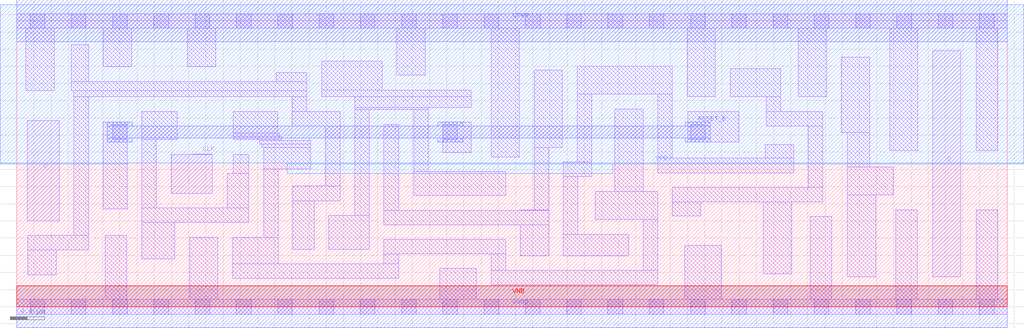
<source format=lef>
# Copyright 2020 The SkyWater PDK Authors
#
# Licensed under the Apache License, Version 2.0 (the "License");
# you may not use this file except in compliance with the License.
# You may obtain a copy of the License at
#
#     https://www.apache.org/licenses/LICENSE-2.0
#
# Unless required by applicable law or agreed to in writing, software
# distributed under the License is distributed on an "AS IS" BASIS,
# WITHOUT WARRANTIES OR CONDITIONS OF ANY KIND, either express or implied.
# See the License for the specific language governing permissions and
# limitations under the License.
#
# SPDX-License-Identifier: Apache-2.0

VERSION 5.7 ;
  NOWIREEXTENSIONATPIN ON ;
  DIVIDERCHAR "/" ;
  BUSBITCHARS "[]" ;
MACRO sky130_fd_sc_ms__dfrtp_2
  CLASS CORE ;
  FOREIGN sky130_fd_sc_ms__dfrtp_2 ;
  ORIGIN  0.000000  0.000000 ;
  SIZE  11.52000 BY  3.330000 ;
  SYMMETRY X Y R90 ;
  SITE unit ;
  PIN D
    ANTENNAGATEAREA  0.138600 ;
    DIRECTION INPUT ;
    USE SIGNAL ;
    PORT
      LAYER li1 ;
        RECT 0.125000 1.000000 0.495000 2.170000 ;
    END
  END D
  PIN Q
    ANTENNADIFFAREA  0.509600 ;
    DIRECTION OUTPUT ;
    USE SIGNAL ;
    PORT
      LAYER li1 ;
        RECT 10.650000 0.350000 10.980000 2.980000 ;
    END
  END Q
  PIN RESET_B
    ANTENNAGATEAREA  0.415800 ;
    DIRECTION INPUT ;
    USE SIGNAL ;
    PORT
      LAYER met1 ;
        RECT 1.055000 1.920000 1.345000 1.965000 ;
        RECT 1.055000 1.965000 8.065000 2.105000 ;
        RECT 1.055000 2.105000 1.345000 2.150000 ;
        RECT 4.895000 1.920000 5.185000 1.965000 ;
        RECT 4.895000 2.105000 5.185000 2.150000 ;
        RECT 7.775000 1.920000 8.065000 1.965000 ;
        RECT 7.775000 2.105000 8.065000 2.150000 ;
    END
  END RESET_B
  PIN CLK
    ANTENNAGATEAREA  0.312600 ;
    DIRECTION INPUT ;
    USE CLOCK ;
    PORT
      LAYER li1 ;
        RECT 1.795000 1.320000 2.275000 1.775000 ;
        RECT 2.045000 1.775000 2.275000 1.780000 ;
    END
  END CLK
  PIN VGND
    DIRECTION INOUT ;
    USE GROUND ;
    PORT
      LAYER met1 ;
        RECT 0.000000 -0.245000 11.520000 0.245000 ;
    END
  END VGND
  PIN VNB
    DIRECTION INOUT ;
    USE GROUND ;
    PORT
      LAYER pwell ;
        RECT 0.000000 0.000000 11.520000 0.245000 ;
    END
  END VNB
  PIN VPB
    DIRECTION INOUT ;
    USE POWER ;
    PORT
      LAYER nwell ;
        RECT -0.190000 1.660000  1.290000 1.675000 ;
        RECT -0.190000 1.675000 11.710000 3.520000 ;
        RECT  3.145000 1.555000  6.930000 1.660000 ;
        RECT  3.145000 1.660000 11.710000 1.675000 ;
    END
  END VPB
  PIN VPWR
    DIRECTION INOUT ;
    USE POWER ;
    PORT
      LAYER met1 ;
        RECT 0.000000 3.085000 11.520000 3.575000 ;
    END
  END VPWR
  OBS
    LAYER li1 ;
      RECT  0.000000 -0.085000 11.520000 0.085000 ;
      RECT  0.000000  3.245000 11.520000 3.415000 ;
      RECT  0.105000  2.520000  0.435000 3.245000 ;
      RECT  0.130000  0.370000  0.460000 0.660000 ;
      RECT  0.130000  0.660000  0.835000 0.830000 ;
      RECT  0.635000  2.520000  3.375000 2.625000 ;
      RECT  0.635000  2.625000  0.835000 3.055000 ;
      RECT  0.665000  0.830000  0.835000 2.445000 ;
      RECT  0.665000  2.445000  3.375000 2.520000 ;
      RECT  1.005000  1.140000  1.285000 2.150000 ;
      RECT  1.005000  2.795000  1.335000 3.245000 ;
      RECT  1.030000  0.085000  1.280000 0.830000 ;
      RECT  1.455000  0.560000  1.840000 0.980000 ;
      RECT  1.455000  0.980000  2.700000 1.150000 ;
      RECT  1.455000  1.150000  1.625000 1.945000 ;
      RECT  1.455000  1.945000  1.865000 2.275000 ;
      RECT  1.985000  2.795000  2.315000 3.245000 ;
      RECT  2.010000  0.085000  2.340000 0.810000 ;
      RECT  2.445000  1.150000  2.700000 1.550000 ;
      RECT  2.510000  0.330000  4.440000 0.500000 ;
      RECT  2.510000  0.500000  3.040000 0.810000 ;
      RECT  2.515000  1.550000  2.700000 1.775000 ;
      RECT  2.515000  1.945000  3.080000 1.985000 ;
      RECT  2.515000  1.985000  3.055000 2.025000 ;
      RECT  2.515000  2.025000  3.035000 2.275000 ;
      RECT  2.825000  1.895000  3.420000 1.935000 ;
      RECT  2.825000  1.935000  3.080000 1.945000 ;
      RECT  2.850000  1.855000  3.420000 1.895000 ;
      RECT  2.870000  0.810000  3.040000 1.605000 ;
      RECT  2.870000  1.605000  3.420000 1.855000 ;
      RECT  3.015000  2.625000  3.375000 2.725000 ;
      RECT  3.205000  2.105000  3.760000 2.275000 ;
      RECT  3.205000  2.275000  3.375000 2.445000 ;
      RECT  3.210000  0.670000  3.460000 1.235000 ;
      RECT  3.210000  1.235000  3.760000 1.405000 ;
      RECT  3.545000  2.445000  5.285000 2.525000 ;
      RECT  3.545000  2.525000  4.250000 2.860000 ;
      RECT  3.590000  1.405000  3.760000 2.105000 ;
      RECT  3.630000  0.670000  4.100000 1.065000 ;
      RECT  3.930000  1.065000  4.100000 2.295000 ;
      RECT  3.930000  2.295000  4.785000 2.320000 ;
      RECT  3.930000  2.320000  5.285000 2.445000 ;
      RECT  4.270000  0.500000  4.440000 0.615000 ;
      RECT  4.270000  0.615000  5.685000 0.785000 ;
      RECT  4.270000  0.955000  6.185000 1.125000 ;
      RECT  4.270000  1.125000  4.445000 2.125000 ;
      RECT  4.420000  2.695000  4.750000 3.245000 ;
      RECT  4.615000  1.295000  5.685000 1.575000 ;
      RECT  4.615000  1.575000  4.785000 2.295000 ;
      RECT  4.920000  0.085000  5.345000 0.445000 ;
      RECT  4.955000  1.795000  5.285000 2.150000 ;
      RECT  5.515000  0.255000  7.455000 0.425000 ;
      RECT  5.515000  0.425000  5.685000 0.615000 ;
      RECT  5.515000  1.745000  5.845000 3.245000 ;
      RECT  5.855000  0.595000  6.185000 0.955000 ;
      RECT  5.855000  1.125000  6.185000 1.130000 ;
      RECT  6.015000  1.130000  6.185000 1.855000 ;
      RECT  6.015000  1.855000  6.345000 2.755000 ;
      RECT  6.355000  0.595000  7.115000 0.845000 ;
      RECT  6.355000  0.845000  6.525000 1.515000 ;
      RECT  6.355000  1.515000  6.685000 1.685000 ;
      RECT  6.515000  1.685000  6.685000 2.475000 ;
      RECT  6.515000  2.475000  7.625000 2.805000 ;
      RECT  6.725000  1.015000  7.455000 1.345000 ;
      RECT  6.955000  1.345000  7.285000 2.305000 ;
      RECT  7.285000  0.425000  7.455000 1.015000 ;
      RECT  7.455000  1.560000  9.035000 1.730000 ;
      RECT  7.455000  1.730000  7.625000 2.475000 ;
      RECT  7.625000  1.060000  7.955000 1.220000 ;
      RECT  7.625000  1.220000  9.375000 1.390000 ;
      RECT  7.770000  0.085000  8.190000 0.715000 ;
      RECT  7.795000  2.445000  8.125000 3.245000 ;
      RECT  7.805000  1.920000  8.395000 2.275000 ;
      RECT  8.295000  2.445000  8.885000 2.775000 ;
      RECT  8.680000  0.385000  9.010000 1.220000 ;
      RECT  8.705000  1.730000  9.035000 1.890000 ;
      RECT  8.715000  2.105000  9.375000 2.275000 ;
      RECT  8.715000  2.275000  8.885000 2.445000 ;
      RECT  9.090000  2.445000  9.420000 3.245000 ;
      RECT  9.205000  1.390000  9.375000 2.105000 ;
      RECT  9.230000  0.085000  9.480000 1.050000 ;
      RECT  9.590000  2.030000  9.920000 2.905000 ;
      RECT  9.660000  0.350000  9.990000 1.300000 ;
      RECT  9.660000  1.300000 10.190000 1.630000 ;
      RECT  9.660000  1.630000  9.920000 2.030000 ;
      RECT 10.150000  1.820000 10.480000 3.245000 ;
      RECT 10.220000  0.085000 10.470000 1.130000 ;
      RECT 11.155000  1.820000 11.405000 3.245000 ;
      RECT 11.160000  0.085000 11.410000 1.130000 ;
    LAYER mcon ;
      RECT  0.155000 -0.085000  0.325000 0.085000 ;
      RECT  0.155000  3.245000  0.325000 3.415000 ;
      RECT  0.635000 -0.085000  0.805000 0.085000 ;
      RECT  0.635000  3.245000  0.805000 3.415000 ;
      RECT  1.115000 -0.085000  1.285000 0.085000 ;
      RECT  1.115000  1.950000  1.285000 2.120000 ;
      RECT  1.115000  3.245000  1.285000 3.415000 ;
      RECT  1.595000 -0.085000  1.765000 0.085000 ;
      RECT  1.595000  3.245000  1.765000 3.415000 ;
      RECT  2.075000 -0.085000  2.245000 0.085000 ;
      RECT  2.075000  3.245000  2.245000 3.415000 ;
      RECT  2.555000 -0.085000  2.725000 0.085000 ;
      RECT  2.555000  3.245000  2.725000 3.415000 ;
      RECT  3.035000 -0.085000  3.205000 0.085000 ;
      RECT  3.035000  3.245000  3.205000 3.415000 ;
      RECT  3.515000 -0.085000  3.685000 0.085000 ;
      RECT  3.515000  3.245000  3.685000 3.415000 ;
      RECT  3.995000 -0.085000  4.165000 0.085000 ;
      RECT  3.995000  3.245000  4.165000 3.415000 ;
      RECT  4.475000 -0.085000  4.645000 0.085000 ;
      RECT  4.475000  3.245000  4.645000 3.415000 ;
      RECT  4.955000 -0.085000  5.125000 0.085000 ;
      RECT  4.955000  1.950000  5.125000 2.120000 ;
      RECT  4.955000  3.245000  5.125000 3.415000 ;
      RECT  5.435000 -0.085000  5.605000 0.085000 ;
      RECT  5.435000  3.245000  5.605000 3.415000 ;
      RECT  5.915000 -0.085000  6.085000 0.085000 ;
      RECT  5.915000  3.245000  6.085000 3.415000 ;
      RECT  6.395000 -0.085000  6.565000 0.085000 ;
      RECT  6.395000  3.245000  6.565000 3.415000 ;
      RECT  6.875000 -0.085000  7.045000 0.085000 ;
      RECT  6.875000  3.245000  7.045000 3.415000 ;
      RECT  7.355000 -0.085000  7.525000 0.085000 ;
      RECT  7.355000  3.245000  7.525000 3.415000 ;
      RECT  7.835000 -0.085000  8.005000 0.085000 ;
      RECT  7.835000  1.950000  8.005000 2.120000 ;
      RECT  7.835000  3.245000  8.005000 3.415000 ;
      RECT  8.315000 -0.085000  8.485000 0.085000 ;
      RECT  8.315000  3.245000  8.485000 3.415000 ;
      RECT  8.795000 -0.085000  8.965000 0.085000 ;
      RECT  8.795000  3.245000  8.965000 3.415000 ;
      RECT  9.275000 -0.085000  9.445000 0.085000 ;
      RECT  9.275000  3.245000  9.445000 3.415000 ;
      RECT  9.755000 -0.085000  9.925000 0.085000 ;
      RECT  9.755000  3.245000  9.925000 3.415000 ;
      RECT 10.235000 -0.085000 10.405000 0.085000 ;
      RECT 10.235000  3.245000 10.405000 3.415000 ;
      RECT 10.715000 -0.085000 10.885000 0.085000 ;
      RECT 10.715000  3.245000 10.885000 3.415000 ;
      RECT 11.195000 -0.085000 11.365000 0.085000 ;
      RECT 11.195000  3.245000 11.365000 3.415000 ;
  END
END sky130_fd_sc_ms__dfrtp_2
END LIBRARY

</source>
